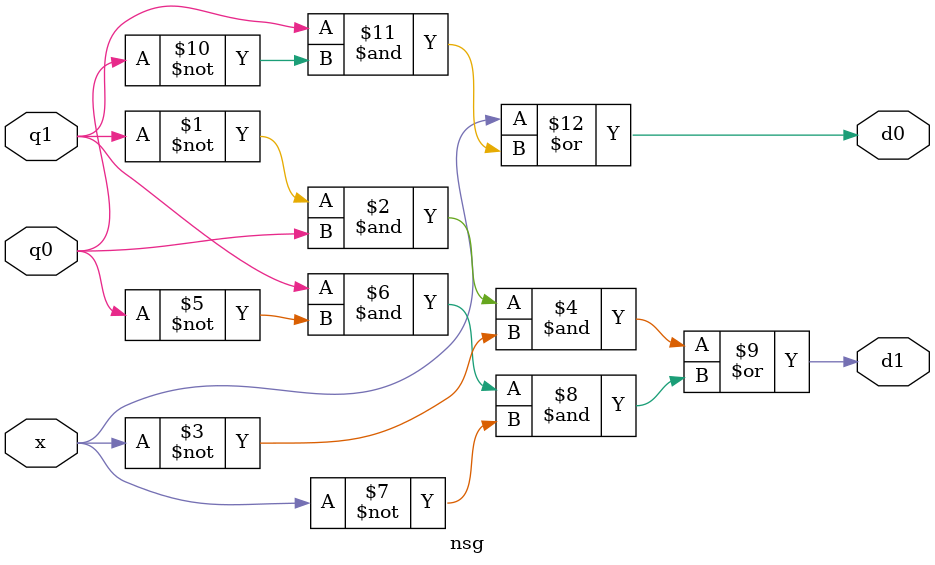
<source format=v>
module nsg(q1, q0, x, d1, d0);
    input q1, q0, x;
    output d1, d0;
assign d1 = (~q1&q0&~x)|(q1&~q0&~x);
assign d0 = x|(q1&~q0);

endmodule


</source>
